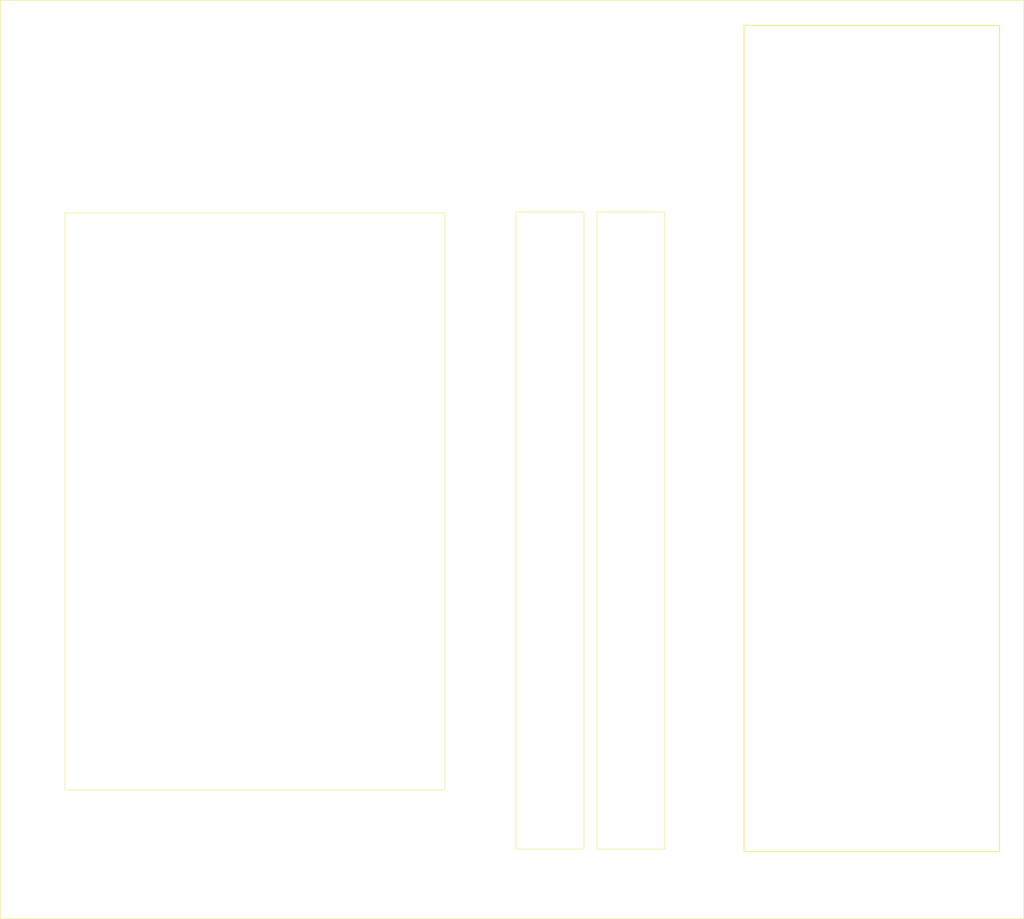
<source format=kicad_pcb>
(kicad_pcb (version 20211014) (generator pcbnew)

  (general
    (thickness 1.6)
  )

  (paper "A4")
  (layers
    (0 "F.Cu" signal)
    (31 "B.Cu" signal)
    (32 "B.Adhes" user "B.Adhesive")
    (33 "F.Adhes" user "F.Adhesive")
    (34 "B.Paste" user)
    (35 "F.Paste" user)
    (36 "B.SilkS" user "B.Silkscreen")
    (37 "F.SilkS" user "F.Silkscreen")
    (38 "B.Mask" user)
    (39 "F.Mask" user)
    (40 "Dwgs.User" user "User.Drawings")
    (41 "Cmts.User" user "User.Comments")
    (42 "Eco1.User" user "User.Eco1")
    (43 "Eco2.User" user "User.Eco2")
    (44 "Edge.Cuts" user)
    (45 "Margin" user)
    (46 "B.CrtYd" user "B.Courtyard")
    (47 "F.CrtYd" user "F.Courtyard")
    (48 "B.Fab" user)
    (49 "F.Fab" user)
    (50 "User.1" user)
    (51 "User.2" user)
    (52 "User.3" user)
    (53 "User.4" user)
    (54 "User.5" user)
    (55 "User.6" user)
    (56 "User.7" user)
    (57 "User.8" user)
    (58 "User.9" user)
  )

  (setup
    (pad_to_mask_clearance 0)
    (pcbplotparams
      (layerselection 0x00010fc_ffffffff)
      (disableapertmacros false)
      (usegerberextensions false)
      (usegerberattributes true)
      (usegerberadvancedattributes true)
      (creategerberjobfile true)
      (svguseinch false)
      (svgprecision 6)
      (excludeedgelayer true)
      (plotframeref false)
      (viasonmask false)
      (mode 1)
      (useauxorigin false)
      (hpglpennumber 1)
      (hpglpenspeed 20)
      (hpglpendiameter 15.000000)
      (dxfpolygonmode true)
      (dxfimperialunits true)
      (dxfusepcbnewfont true)
      (psnegative false)
      (psa4output false)
      (plotreference true)
      (plotvalue true)
      (plotinvisibletext false)
      (sketchpadsonfab false)
      (subtractmaskfromsilk false)
      (outputformat 1)
      (mirror false)
      (drillshape 1)
      (scaleselection 1)
      (outputdirectory "")
    )
  )

  (net 0 "")

  (gr_rect (start 145.542 57.785) (end 85.852 148.463) (layer "F.SilkS") (width 0.12) (fill none) (tstamp 044dde97-ee2e-473a-9264-ed4dff1893a5))
  (gr_rect (start 232.664 28.321) (end 192.532 158.115) (layer "F.SilkS") (width 0.2) (fill none) (tstamp 983c426c-24e0-4c65-ab69-1f1824adc5c6))
  (gr_rect (start 167.386 57.658) (end 156.718 157.734) (layer "F.SilkS") (width 0.12) (fill none) (tstamp 9ed09117-33cf-45a3-85a7-2606522feaf8))
  (gr_rect (start 180.086 57.658) (end 169.418 157.734) (layer "F.SilkS") (width 0.12) (fill none) (tstamp d01102e9-b170-4eb1-a0a4-9a31feb850b7))
  (gr_rect (start 75.692 168.656) (end 236.474 24.384) (layer "F.SilkS") (width 0.12) (fill none) (tstamp fcb4f52a-a6cb-4ca0-970a-4c8a2c0f3942))

)

</source>
